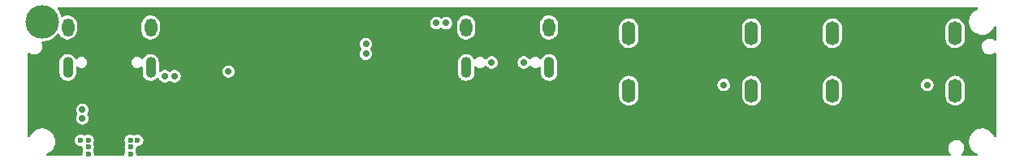
<source format=gbr>
%TF.GenerationSoftware,KiCad,Pcbnew,7.0.6*%
%TF.CreationDate,2024-02-18T18:08:35+00:00*%
%TF.ProjectId,MoonHub,4d6f6f6e-4875-4622-9e6b-696361645f70,rev?*%
%TF.SameCoordinates,Original*%
%TF.FileFunction,Copper,L2,Inr*%
%TF.FilePolarity,Positive*%
%FSLAX46Y46*%
G04 Gerber Fmt 4.6, Leading zero omitted, Abs format (unit mm)*
G04 Created by KiCad (PCBNEW 7.0.6) date 2024-02-18 18:08:35*
%MOMM*%
%LPD*%
G01*
G04 APERTURE LIST*
%TA.AperFunction,ComponentPad*%
%ADD10O,1.100000X2.200000*%
%TD*%
%TA.AperFunction,ComponentPad*%
%ADD11O,1.300000X1.900000*%
%TD*%
%TA.AperFunction,ComponentPad*%
%ADD12C,0.600000*%
%TD*%
%TA.AperFunction,ComponentPad*%
%ADD13O,1.400000X2.500000*%
%TD*%
%TA.AperFunction,ComponentPad*%
%ADD14C,3.500001*%
%TD*%
%TA.AperFunction,ViaPad*%
%ADD15C,0.700000*%
%TD*%
G04 APERTURE END LIST*
D10*
%TO.N,GNDPWR*%
%TO.C,USB3*%
X54862000Y-6780000D03*
D11*
X54862000Y-2600000D03*
D10*
X46222000Y-6780000D03*
D11*
X46222000Y-2600000D03*
%TD*%
D12*
%TO.N,GNDPWR*%
%TO.C,J1*%
X6000000Y-14400000D03*
X6800000Y-14400000D03*
X6800000Y-15100000D03*
X6800000Y-15800000D03*
X11200000Y-14400000D03*
X11200000Y-15100000D03*
X11200000Y-15800000D03*
X11950000Y-14400000D03*
%TD*%
D10*
%TO.N,GNDPWR*%
%TO.C,USB2*%
X13318000Y-6780000D03*
D11*
X13318000Y-2600000D03*
D10*
X4678000Y-6780000D03*
D11*
X4678000Y-2600000D03*
%TD*%
D13*
%TO.N,GNDPWR*%
%TO.C,USB4*%
X75962000Y-9200000D03*
X75962000Y-3200000D03*
X63162000Y-9200000D03*
X63162000Y-3200000D03*
%TD*%
D14*
%TO.N,GNDPWR*%
%TO.C,H2*%
X2000000Y-2000000D03*
%TD*%
D13*
%TO.N,GNDPWR*%
%TO.C,USB1*%
X97192000Y-9200000D03*
X97192000Y-3200000D03*
X84392000Y-9200000D03*
X84392000Y-3200000D03*
%TD*%
D15*
%TO.N,GND*%
X21430000Y-6220000D03*
X19700000Y-15450000D03*
X77944428Y-12425000D03*
X13000000Y-9375000D03*
X11800000Y-12100000D03*
X24772500Y-12427500D03*
X73944428Y-15001750D03*
X82944428Y-15001750D03*
X46500000Y-8500000D03*
X66062000Y-8600000D03*
X47700000Y-11500000D03*
X39850000Y-9200000D03*
X68944428Y-14001750D03*
X35750000Y-2100000D03*
X30350000Y-14750000D03*
X22944428Y-15001750D03*
X35944428Y-13001750D03*
X31142500Y-5442500D03*
X13800000Y-11700000D03*
X8944428Y-15001750D03*
X7944428Y-13001750D03*
X19944428Y-11001750D03*
X5000000Y-9375000D03*
X47944428Y-14001750D03*
X25944428Y-7001750D03*
X13944428Y-15001750D03*
X62944428Y-14001750D03*
X87700000Y-14700000D03*
X44100000Y-5300000D03*
X74944428Y-12425000D03*
X79944428Y-15001750D03*
X27827500Y-12427500D03*
X91944428Y-13001750D03*
X18900000Y-5000000D03*
X87300000Y-8600000D03*
X54572000Y-8500000D03*
X3944428Y-11001750D03*
X22250000Y-9900000D03*
X36944428Y-15001750D03*
X35944428Y-9001750D03*
X42800000Y-8550000D03*
X53725000Y-11225000D03*
X44900000Y-11500000D03*
X7944428Y-10001750D03*
X83944428Y-12450000D03*
X41944428Y-14001750D03*
X35750000Y-3100000D03*
X50944428Y-14001750D03*
X70944428Y-13001750D03*
X4944428Y-14001750D03*
X56944428Y-14001750D03*
X41000000Y-6700000D03*
X34200000Y-15000000D03*
X18192894Y-4292894D03*
X76944428Y-15001750D03*
X25944428Y-15001750D03*
X1944428Y-10001750D03*
X38250000Y-7600000D03*
X11800000Y-11200000D03*
X89400000Y-12750000D03*
X31200000Y-11100000D03*
X37944428Y-11001750D03*
X53944428Y-14001750D03*
X27944428Y-14001750D03*
X43100000Y-5300000D03*
X25944428Y-4001750D03*
X16600000Y-11700000D03*
X39944428Y-13001750D03*
X16944428Y-14800000D03*
X80944428Y-12425000D03*
X84900000Y-14700000D03*
X50944428Y-11001750D03*
X65944428Y-14001750D03*
X89944428Y-15001750D03*
X18350000Y-8400000D03*
X26944428Y-9001750D03*
X44944428Y-14001750D03*
X33400000Y-10400000D03*
%TO.N,+5V*%
X14800002Y-7700000D03*
X35750000Y-4350000D03*
X21430000Y-7180000D03*
X15800000Y-7700000D03*
X35750000Y-5350000D03*
%TO.N,VBUS*%
X43100000Y-2150000D03*
X73062000Y-8600000D03*
X44100000Y-2150000D03*
X52224911Y-6254900D03*
X6200000Y-12100000D03*
X48859089Y-6254900D03*
X94292000Y-8600000D03*
X6200000Y-11200000D03*
%TD*%
%TA.AperFunction,Conductor*%
%TO.N,GND*%
G36*
X99520536Y-520185D02*
G01*
X99566291Y-572989D01*
X99576235Y-642147D01*
X99547210Y-705703D01*
X99504573Y-737492D01*
X99337034Y-813223D01*
X99337032Y-813224D01*
X99145999Y-942342D01*
X98979540Y-1101878D01*
X98842434Y-1287257D01*
X98738630Y-1493138D01*
X98671113Y-1713606D01*
X98641828Y-1942306D01*
X98651613Y-2172662D01*
X98651614Y-2172670D01*
X98700190Y-2398062D01*
X98700190Y-2398063D01*
X98786157Y-2612002D01*
X98907048Y-2808342D01*
X99059380Y-2981425D01*
X99059384Y-2981429D01*
X99238765Y-3126269D01*
X99238766Y-3126270D01*
X99238769Y-3126271D01*
X99238772Y-3126274D01*
X99440063Y-3238721D01*
X99657462Y-3315533D01*
X99784272Y-3337277D01*
X99884706Y-3354499D01*
X99884715Y-3354500D01*
X100057540Y-3354500D01*
X100229734Y-3339844D01*
X100229737Y-3339843D01*
X100229739Y-3339843D01*
X100452869Y-3281745D01*
X100581229Y-3223722D01*
X100662965Y-3186776D01*
X100662967Y-3186775D01*
X100662967Y-3186774D01*
X100662971Y-3186773D01*
X100854000Y-3057659D01*
X101020462Y-2898119D01*
X101157566Y-2712742D01*
X101261370Y-2506860D01*
X101261370Y-2506858D01*
X101263741Y-2502157D01*
X101265339Y-2502962D01*
X101303692Y-2454311D01*
X101369746Y-2431537D01*
X101437626Y-2448089D01*
X101485782Y-2498713D01*
X101499500Y-2555403D01*
X101499500Y-3838503D01*
X101479815Y-3905542D01*
X101427011Y-3951297D01*
X101357853Y-3961241D01*
X101300459Y-3937219D01*
X101230697Y-3884187D01*
X101230690Y-3884183D01*
X101066744Y-3808333D01*
X101066740Y-3808331D01*
X100890322Y-3769500D01*
X100754972Y-3769500D01*
X100754970Y-3769500D01*
X100620413Y-3784134D01*
X100449225Y-3841814D01*
X100294437Y-3934947D01*
X100294436Y-3934948D01*
X100163290Y-4059175D01*
X100061915Y-4208695D01*
X100061914Y-4208698D01*
X99995054Y-4376502D01*
X99995053Y-4376505D01*
X99995053Y-4376508D01*
X99967390Y-4545250D01*
X99965828Y-4554776D01*
X99975607Y-4735152D01*
X99975608Y-4735154D01*
X100023934Y-4909209D01*
X100023937Y-4909215D01*
X100066243Y-4989013D01*
X100108551Y-5068814D01*
X100108552Y-5068815D01*
X100225498Y-5206494D01*
X100341210Y-5294457D01*
X100369308Y-5315816D01*
X100533256Y-5391667D01*
X100533257Y-5391667D01*
X100533259Y-5391668D01*
X100586782Y-5403448D01*
X100709678Y-5430500D01*
X100709681Y-5430500D01*
X100845022Y-5430500D01*
X100845028Y-5430500D01*
X100979586Y-5415866D01*
X101150774Y-5358186D01*
X101305561Y-5265054D01*
X101305562Y-5265053D01*
X101311321Y-5261588D01*
X101312914Y-5264236D01*
X101365442Y-5244056D01*
X101433857Y-5258238D01*
X101483744Y-5307156D01*
X101499500Y-5367647D01*
X101499500Y-13957732D01*
X101479815Y-14024771D01*
X101427011Y-14070526D01*
X101357853Y-14080470D01*
X101294297Y-14051445D01*
X101260442Y-14003966D01*
X101213842Y-13887997D01*
X101213841Y-13887994D01*
X101092951Y-13691657D01*
X100940620Y-13518575D01*
X100940619Y-13518574D01*
X100940615Y-13518570D01*
X100761234Y-13373730D01*
X100761233Y-13373729D01*
X100559938Y-13261279D01*
X100342541Y-13184468D01*
X100342540Y-13184467D01*
X100342538Y-13184467D01*
X100342534Y-13184466D01*
X100342533Y-13184466D01*
X100115293Y-13145500D01*
X100115285Y-13145500D01*
X99942465Y-13145500D01*
X99942460Y-13145500D01*
X99770265Y-13160155D01*
X99547131Y-13218254D01*
X99337034Y-13313223D01*
X99337032Y-13313224D01*
X99145999Y-13442342D01*
X98979540Y-13601878D01*
X98842434Y-13787257D01*
X98738630Y-13993138D01*
X98671113Y-14213606D01*
X98641828Y-14442306D01*
X98651613Y-14672662D01*
X98651614Y-14672670D01*
X98700190Y-14898062D01*
X98700190Y-14898063D01*
X98786157Y-15112002D01*
X98907048Y-15308342D01*
X99059380Y-15481425D01*
X99059384Y-15481429D01*
X99238765Y-15626269D01*
X99238766Y-15626270D01*
X99238769Y-15626271D01*
X99238772Y-15626274D01*
X99440063Y-15738720D01*
X99440063Y-15738721D01*
X99496278Y-15758583D01*
X99552931Y-15799477D01*
X99578481Y-15864507D01*
X99564817Y-15933028D01*
X99516277Y-15983284D01*
X99454969Y-15999500D01*
X97974845Y-15999500D01*
X97907806Y-15979815D01*
X97862051Y-15927011D01*
X97852107Y-15857853D01*
X97881132Y-15794297D01*
X97889570Y-15785477D01*
X97936709Y-15740824D01*
X97973354Y-15686776D01*
X98038083Y-15591307D01*
X98104947Y-15423492D01*
X98134172Y-15245227D01*
X98124392Y-15064848D01*
X98108292Y-15006860D01*
X98076065Y-14890790D01*
X98076062Y-14890784D01*
X98067417Y-14874479D01*
X97991449Y-14731186D01*
X97874502Y-14593506D01*
X97874501Y-14593505D01*
X97730698Y-14484188D01*
X97730690Y-14484183D01*
X97566744Y-14408333D01*
X97566740Y-14408331D01*
X97390322Y-14369500D01*
X97254972Y-14369500D01*
X97254970Y-14369500D01*
X97120413Y-14384134D01*
X96949225Y-14441814D01*
X96794437Y-14534947D01*
X96794436Y-14534948D01*
X96663290Y-14659175D01*
X96561915Y-14808695D01*
X96561914Y-14808698D01*
X96495054Y-14976502D01*
X96495053Y-14976505D01*
X96491476Y-14998327D01*
X96472840Y-15112006D01*
X96465828Y-15154776D01*
X96475607Y-15335152D01*
X96475608Y-15335154D01*
X96523934Y-15509209D01*
X96523937Y-15509215D01*
X96549621Y-15557659D01*
X96608551Y-15668814D01*
X96608552Y-15668815D01*
X96715925Y-15795224D01*
X96744323Y-15859063D01*
X96733699Y-15928120D01*
X96687426Y-15980471D01*
X96621417Y-15999500D01*
X11920812Y-15999500D01*
X11853773Y-15979815D01*
X11808018Y-15927011D01*
X11797873Y-15859314D01*
X11798066Y-15857853D01*
X11805682Y-15800000D01*
X11800229Y-15758583D01*
X11785044Y-15643239D01*
X11785042Y-15643234D01*
X11778015Y-15626270D01*
X11729529Y-15509212D01*
X11724658Y-15497452D01*
X11717189Y-15427983D01*
X11724658Y-15402548D01*
X11763679Y-15308342D01*
X11785044Y-15256762D01*
X11804161Y-15111551D01*
X11832427Y-15047655D01*
X11890752Y-15009184D01*
X11943285Y-15004798D01*
X11950000Y-15005682D01*
X11950001Y-15005682D01*
X12005867Y-14998327D01*
X12106762Y-14985044D01*
X12252841Y-14924536D01*
X12378282Y-14828282D01*
X12474536Y-14702841D01*
X12535044Y-14556762D01*
X12555682Y-14400000D01*
X12535044Y-14243238D01*
X12474536Y-14097159D01*
X12378282Y-13971718D01*
X12252841Y-13875464D01*
X12106762Y-13814956D01*
X12106760Y-13814955D01*
X11950001Y-13794318D01*
X11949999Y-13794318D01*
X11793239Y-13814955D01*
X11793237Y-13814956D01*
X11647156Y-13875465D01*
X11640119Y-13879528D01*
X11638890Y-13877400D01*
X11585276Y-13898107D01*
X11516836Y-13884047D01*
X11509162Y-13879113D01*
X11502836Y-13875461D01*
X11356765Y-13814957D01*
X11356760Y-13814955D01*
X11200001Y-13794318D01*
X11199999Y-13794318D01*
X11043239Y-13814955D01*
X11043237Y-13814956D01*
X10897160Y-13875463D01*
X10771718Y-13971718D01*
X10675463Y-14097160D01*
X10614956Y-14243237D01*
X10614955Y-14243239D01*
X10594318Y-14399998D01*
X10594318Y-14400001D01*
X10614955Y-14556760D01*
X10614957Y-14556765D01*
X10675342Y-14702548D01*
X10682811Y-14772017D01*
X10675342Y-14797452D01*
X10614957Y-14943234D01*
X10614955Y-14943239D01*
X10594318Y-15099998D01*
X10594318Y-15100001D01*
X10614955Y-15256760D01*
X10614957Y-15256765D01*
X10675342Y-15402548D01*
X10682811Y-15472017D01*
X10675342Y-15497452D01*
X10614957Y-15643234D01*
X10614955Y-15643239D01*
X10594849Y-15795967D01*
X10594318Y-15800000D01*
X10601934Y-15857853D01*
X10602127Y-15859314D01*
X10591362Y-15928350D01*
X10544982Y-15980606D01*
X10479188Y-15999500D01*
X7520812Y-15999500D01*
X7453773Y-15979815D01*
X7408018Y-15927011D01*
X7397873Y-15859314D01*
X7398066Y-15857853D01*
X7405682Y-15800000D01*
X7400229Y-15758583D01*
X7385044Y-15643239D01*
X7385042Y-15643234D01*
X7378015Y-15626270D01*
X7329529Y-15509212D01*
X7324658Y-15497452D01*
X7317189Y-15427983D01*
X7324658Y-15402548D01*
X7363679Y-15308342D01*
X7385044Y-15256762D01*
X7405682Y-15100000D01*
X7393148Y-15004798D01*
X7385044Y-14943239D01*
X7385042Y-14943234D01*
X7376436Y-14922458D01*
X7337428Y-14828282D01*
X7324658Y-14797452D01*
X7317189Y-14727983D01*
X7324658Y-14702548D01*
X7369824Y-14593506D01*
X7385044Y-14556762D01*
X7405682Y-14400000D01*
X7385044Y-14243238D01*
X7324536Y-14097159D01*
X7228282Y-13971718D01*
X7102841Y-13875464D01*
X6956762Y-13814956D01*
X6956760Y-13814955D01*
X6800001Y-13794318D01*
X6799999Y-13794318D01*
X6643239Y-13814955D01*
X6643237Y-13814956D01*
X6497158Y-13875464D01*
X6475484Y-13892095D01*
X6410314Y-13917287D01*
X6341870Y-13903247D01*
X6324516Y-13892095D01*
X6302841Y-13875464D01*
X6156762Y-13814956D01*
X6156760Y-13814955D01*
X6000001Y-13794318D01*
X5999999Y-13794318D01*
X5843239Y-13814955D01*
X5843237Y-13814956D01*
X5697160Y-13875463D01*
X5571718Y-13971718D01*
X5475463Y-14097160D01*
X5414956Y-14243237D01*
X5414955Y-14243239D01*
X5394318Y-14399998D01*
X5394318Y-14400001D01*
X5414955Y-14556760D01*
X5414956Y-14556762D01*
X5475342Y-14702548D01*
X5475464Y-14702841D01*
X5571718Y-14828282D01*
X5697159Y-14924536D01*
X5843238Y-14985044D01*
X6000000Y-15005682D01*
X6055863Y-14998327D01*
X6124896Y-15009092D01*
X6177152Y-15055471D01*
X6194986Y-15105080D01*
X6201529Y-15154773D01*
X6213437Y-15245227D01*
X6214956Y-15256760D01*
X6214957Y-15256765D01*
X6275342Y-15402548D01*
X6282811Y-15472017D01*
X6275342Y-15497452D01*
X6214957Y-15643234D01*
X6214955Y-15643239D01*
X6194849Y-15795967D01*
X6194318Y-15800000D01*
X6201934Y-15857853D01*
X6202127Y-15859314D01*
X6191362Y-15928350D01*
X6144982Y-15980606D01*
X6079188Y-15999500D01*
X2546503Y-15999500D01*
X2479464Y-15979815D01*
X2433709Y-15927011D01*
X2423765Y-15857853D01*
X2452790Y-15794297D01*
X2495427Y-15762508D01*
X2662965Y-15686776D01*
X2662967Y-15686775D01*
X2662967Y-15686774D01*
X2662971Y-15686773D01*
X2854000Y-15557659D01*
X3020462Y-15398119D01*
X3157566Y-15212742D01*
X3261370Y-15006860D01*
X3328886Y-14786397D01*
X3358172Y-14557694D01*
X3358132Y-14556762D01*
X3348386Y-14327337D01*
X3348386Y-14327332D01*
X3299810Y-14101938D01*
X3213841Y-13887994D01*
X3092951Y-13691657D01*
X2940620Y-13518575D01*
X2940619Y-13518574D01*
X2940615Y-13518570D01*
X2761234Y-13373730D01*
X2761233Y-13373729D01*
X2559938Y-13261279D01*
X2342541Y-13184468D01*
X2342540Y-13184467D01*
X2342538Y-13184467D01*
X2342534Y-13184466D01*
X2342533Y-13184466D01*
X2115293Y-13145500D01*
X2115285Y-13145500D01*
X1942465Y-13145500D01*
X1942460Y-13145500D01*
X1770265Y-13160155D01*
X1547131Y-13218254D01*
X1337034Y-13313223D01*
X1337032Y-13313224D01*
X1145999Y-13442342D01*
X979540Y-13601878D01*
X842434Y-13787257D01*
X828468Y-13814957D01*
X763106Y-13944596D01*
X736259Y-13997843D01*
X734663Y-13997038D01*
X696295Y-14045698D01*
X630238Y-14068463D01*
X562359Y-14051902D01*
X514210Y-14001272D01*
X500500Y-13944596D01*
X500500Y-12100000D01*
X5544722Y-12100000D01*
X5563762Y-12256818D01*
X5619780Y-12404522D01*
X5619780Y-12404523D01*
X5709517Y-12534530D01*
X5827760Y-12639283D01*
X5827762Y-12639284D01*
X5967634Y-12712696D01*
X6121014Y-12750500D01*
X6121015Y-12750500D01*
X6278985Y-12750500D01*
X6432365Y-12712696D01*
X6432364Y-12712696D01*
X6572240Y-12639283D01*
X6690483Y-12534530D01*
X6780220Y-12404523D01*
X6836237Y-12256818D01*
X6855278Y-12100000D01*
X6836237Y-11943182D01*
X6780220Y-11795477D01*
X6728423Y-11720436D01*
X6706542Y-11654086D01*
X6724007Y-11586435D01*
X6728403Y-11579592D01*
X6780220Y-11504523D01*
X6836237Y-11356818D01*
X6855278Y-11200000D01*
X6836237Y-11043182D01*
X6780220Y-10895477D01*
X6690483Y-10765470D01*
X6572240Y-10660717D01*
X6572238Y-10660716D01*
X6572237Y-10660715D01*
X6432365Y-10587303D01*
X6278986Y-10549500D01*
X6278985Y-10549500D01*
X6121015Y-10549500D01*
X6121014Y-10549500D01*
X5967634Y-10587303D01*
X5827762Y-10660715D01*
X5709516Y-10765471D01*
X5619781Y-10895475D01*
X5619780Y-10895476D01*
X5563762Y-11043181D01*
X5544722Y-11199999D01*
X5544722Y-11200000D01*
X5563762Y-11356818D01*
X5619780Y-11504523D01*
X5619781Y-11504524D01*
X5671574Y-11579560D01*
X5693457Y-11645915D01*
X5675991Y-11713566D01*
X5671574Y-11720440D01*
X5619781Y-11795475D01*
X5619780Y-11795476D01*
X5563762Y-11943181D01*
X5544722Y-12099999D01*
X5544722Y-12100000D01*
X500500Y-12100000D01*
X500500Y-9800743D01*
X62161500Y-9800743D01*
X62176925Y-9952439D01*
X62237837Y-10146579D01*
X62237844Y-10146594D01*
X62336589Y-10324499D01*
X62336592Y-10324504D01*
X62469132Y-10478893D01*
X62469134Y-10478895D01*
X62630037Y-10603445D01*
X62630038Y-10603445D01*
X62630042Y-10603448D01*
X62812729Y-10693060D01*
X63009715Y-10744063D01*
X63212936Y-10754369D01*
X63414071Y-10723556D01*
X63604887Y-10652886D01*
X63777571Y-10545252D01*
X63925053Y-10405059D01*
X64041295Y-10238049D01*
X64121540Y-10051058D01*
X64162500Y-9851741D01*
X64162500Y-9800743D01*
X74961500Y-9800743D01*
X74976925Y-9952439D01*
X75037837Y-10146579D01*
X75037844Y-10146594D01*
X75136589Y-10324499D01*
X75136592Y-10324504D01*
X75269132Y-10478893D01*
X75269134Y-10478895D01*
X75430037Y-10603445D01*
X75430038Y-10603445D01*
X75430042Y-10603448D01*
X75612729Y-10693060D01*
X75809715Y-10744063D01*
X76012936Y-10754369D01*
X76214071Y-10723556D01*
X76404887Y-10652886D01*
X76577571Y-10545252D01*
X76725053Y-10405059D01*
X76841295Y-10238049D01*
X76921540Y-10051058D01*
X76962500Y-9851741D01*
X76962500Y-9800743D01*
X83391500Y-9800743D01*
X83406925Y-9952439D01*
X83467837Y-10146579D01*
X83467844Y-10146594D01*
X83566589Y-10324499D01*
X83566592Y-10324504D01*
X83699132Y-10478893D01*
X83699134Y-10478895D01*
X83860037Y-10603445D01*
X83860038Y-10603445D01*
X83860042Y-10603448D01*
X84042729Y-10693060D01*
X84239715Y-10744063D01*
X84442936Y-10754369D01*
X84644071Y-10723556D01*
X84834887Y-10652886D01*
X85007571Y-10545252D01*
X85155053Y-10405059D01*
X85271295Y-10238049D01*
X85351540Y-10051058D01*
X85392500Y-9851741D01*
X85392500Y-9800743D01*
X96191500Y-9800743D01*
X96206925Y-9952439D01*
X96267837Y-10146579D01*
X96267844Y-10146594D01*
X96366589Y-10324499D01*
X96366592Y-10324504D01*
X96499132Y-10478893D01*
X96499134Y-10478895D01*
X96660037Y-10603445D01*
X96660038Y-10603445D01*
X96660042Y-10603448D01*
X96842729Y-10693060D01*
X97039715Y-10744063D01*
X97242936Y-10754369D01*
X97444071Y-10723556D01*
X97634887Y-10652886D01*
X97807571Y-10545252D01*
X97955053Y-10405059D01*
X98071295Y-10238049D01*
X98151540Y-10051058D01*
X98192500Y-9851741D01*
X98192500Y-8599258D01*
X98177074Y-8447562D01*
X98177074Y-8447560D01*
X98116162Y-8253420D01*
X98116160Y-8253416D01*
X98116159Y-8253412D01*
X98017409Y-8075498D01*
X98017408Y-8075497D01*
X98017407Y-8075495D01*
X97884867Y-7921106D01*
X97884865Y-7921104D01*
X97723962Y-7796554D01*
X97723959Y-7796553D01*
X97723958Y-7796552D01*
X97541271Y-7706940D01*
X97344285Y-7655937D01*
X97344287Y-7655937D01*
X97208804Y-7649066D01*
X97141064Y-7645631D01*
X97141063Y-7645631D01*
X97141061Y-7645631D01*
X96939936Y-7676442D01*
X96939924Y-7676445D01*
X96749118Y-7747111D01*
X96749111Y-7747115D01*
X96576432Y-7854745D01*
X96576427Y-7854749D01*
X96428949Y-7994938D01*
X96428948Y-7994940D01*
X96312705Y-8161949D01*
X96232459Y-8348943D01*
X96191500Y-8548258D01*
X96191500Y-9800743D01*
X85392500Y-9800743D01*
X85392500Y-8600000D01*
X93636722Y-8600000D01*
X93655762Y-8756818D01*
X93711779Y-8904523D01*
X93711780Y-8904523D01*
X93801517Y-9034530D01*
X93919760Y-9139283D01*
X93919762Y-9139284D01*
X94059634Y-9212696D01*
X94213014Y-9250500D01*
X94213015Y-9250500D01*
X94370985Y-9250500D01*
X94524365Y-9212696D01*
X94524365Y-9212695D01*
X94664240Y-9139283D01*
X94782483Y-9034530D01*
X94872220Y-8904523D01*
X94928237Y-8756818D01*
X94947278Y-8600000D01*
X94940996Y-8548258D01*
X94928237Y-8443181D01*
X94892497Y-8348943D01*
X94872220Y-8295477D01*
X94782483Y-8165470D01*
X94664240Y-8060717D01*
X94664238Y-8060716D01*
X94664237Y-8060715D01*
X94524365Y-7987303D01*
X94370986Y-7949500D01*
X94370985Y-7949500D01*
X94213015Y-7949500D01*
X94213014Y-7949500D01*
X94059634Y-7987303D01*
X93919762Y-8060715D01*
X93903073Y-8075500D01*
X93805492Y-8161949D01*
X93801516Y-8165471D01*
X93711781Y-8295475D01*
X93711780Y-8295476D01*
X93655762Y-8443181D01*
X93636722Y-8599999D01*
X93636722Y-8600000D01*
X85392500Y-8600000D01*
X85392500Y-8599258D01*
X85377074Y-8447562D01*
X85377074Y-8447560D01*
X85316162Y-8253420D01*
X85316160Y-8253416D01*
X85316159Y-8253412D01*
X85217409Y-8075498D01*
X85217408Y-8075497D01*
X85217407Y-8075495D01*
X85084867Y-7921106D01*
X85084865Y-7921104D01*
X84923962Y-7796554D01*
X84923959Y-7796553D01*
X84923958Y-7796552D01*
X84741271Y-7706940D01*
X84544285Y-7655937D01*
X84544287Y-7655937D01*
X84408804Y-7649066D01*
X84341064Y-7645631D01*
X84341063Y-7645631D01*
X84341061Y-7645631D01*
X84139936Y-7676442D01*
X84139924Y-7676445D01*
X83949118Y-7747111D01*
X83949111Y-7747115D01*
X83776432Y-7854745D01*
X83776427Y-7854749D01*
X83628949Y-7994938D01*
X83628948Y-7994940D01*
X83512705Y-8161949D01*
X83432459Y-8348943D01*
X83391500Y-8548258D01*
X83391500Y-9800743D01*
X76962500Y-9800743D01*
X76962500Y-8599258D01*
X76947074Y-8447562D01*
X76947074Y-8447560D01*
X76886162Y-8253420D01*
X76886160Y-8253416D01*
X76886159Y-8253412D01*
X76787409Y-8075498D01*
X76787408Y-8075497D01*
X76787407Y-8075495D01*
X76654867Y-7921106D01*
X76654865Y-7921104D01*
X76493962Y-7796554D01*
X76493959Y-7796553D01*
X76493958Y-7796552D01*
X76311271Y-7706940D01*
X76114285Y-7655937D01*
X76114287Y-7655937D01*
X75978804Y-7649066D01*
X75911064Y-7645631D01*
X75911063Y-7645631D01*
X75911061Y-7645631D01*
X75709936Y-7676442D01*
X75709924Y-7676445D01*
X75519118Y-7747111D01*
X75519111Y-7747115D01*
X75346432Y-7854745D01*
X75346427Y-7854749D01*
X75198949Y-7994938D01*
X75198948Y-7994940D01*
X75082705Y-8161949D01*
X75002459Y-8348943D01*
X74961500Y-8548258D01*
X74961500Y-9800743D01*
X64162500Y-9800743D01*
X64162500Y-8600000D01*
X72406722Y-8600000D01*
X72425762Y-8756818D01*
X72481779Y-8904523D01*
X72481780Y-8904523D01*
X72571517Y-9034530D01*
X72689760Y-9139283D01*
X72689762Y-9139284D01*
X72829634Y-9212696D01*
X72983014Y-9250500D01*
X72983015Y-9250500D01*
X73140985Y-9250500D01*
X73294365Y-9212696D01*
X73294364Y-9212696D01*
X73434240Y-9139283D01*
X73552483Y-9034530D01*
X73642220Y-8904523D01*
X73698237Y-8756818D01*
X73717278Y-8600000D01*
X73710996Y-8548258D01*
X73698237Y-8443181D01*
X73662497Y-8348943D01*
X73642220Y-8295477D01*
X73552483Y-8165470D01*
X73434240Y-8060717D01*
X73434238Y-8060716D01*
X73434237Y-8060715D01*
X73294365Y-7987303D01*
X73140986Y-7949500D01*
X73140985Y-7949500D01*
X72983015Y-7949500D01*
X72983014Y-7949500D01*
X72829634Y-7987303D01*
X72689762Y-8060715D01*
X72673073Y-8075500D01*
X72575492Y-8161949D01*
X72571516Y-8165471D01*
X72481781Y-8295475D01*
X72481780Y-8295476D01*
X72425762Y-8443181D01*
X72406722Y-8599999D01*
X72406722Y-8600000D01*
X64162500Y-8600000D01*
X64162500Y-8599258D01*
X64147074Y-8447562D01*
X64147074Y-8447560D01*
X64086162Y-8253420D01*
X64086160Y-8253416D01*
X64086159Y-8253412D01*
X63987409Y-8075498D01*
X63987408Y-8075497D01*
X63987407Y-8075495D01*
X63854867Y-7921106D01*
X63854865Y-7921104D01*
X63693962Y-7796554D01*
X63693959Y-7796553D01*
X63693958Y-7796552D01*
X63511271Y-7706940D01*
X63314285Y-7655937D01*
X63314287Y-7655937D01*
X63178804Y-7649066D01*
X63111064Y-7645631D01*
X63111063Y-7645631D01*
X63111061Y-7645631D01*
X62909936Y-7676442D01*
X62909924Y-7676445D01*
X62719118Y-7747111D01*
X62719111Y-7747115D01*
X62546432Y-7854745D01*
X62546427Y-7854749D01*
X62398949Y-7994938D01*
X62398948Y-7994940D01*
X62282705Y-8161949D01*
X62202459Y-8348943D01*
X62161500Y-8548258D01*
X62161500Y-9800743D01*
X500500Y-9800743D01*
X500500Y-7376116D01*
X3827500Y-7376116D01*
X3842486Y-7513911D01*
X3901557Y-7689223D01*
X3901558Y-7689225D01*
X3936389Y-7747115D01*
X3987949Y-7832810D01*
X3996931Y-7847737D01*
X3996932Y-7847738D01*
X4124149Y-7982040D01*
X4157311Y-8004524D01*
X4277270Y-8085858D01*
X4277273Y-8085859D01*
X4277276Y-8085861D01*
X4449122Y-8154330D01*
X4449125Y-8154331D01*
X4631683Y-8184260D01*
X4816407Y-8174245D01*
X4816411Y-8174244D01*
X4994656Y-8124755D01*
X4994656Y-8124754D01*
X4994659Y-8124754D01*
X5158104Y-8038100D01*
X5299100Y-7918337D01*
X5411054Y-7771064D01*
X5488732Y-7603167D01*
X5528500Y-7422497D01*
X5528500Y-6787223D01*
X5548185Y-6720185D01*
X5600989Y-6674430D01*
X5670147Y-6664486D01*
X5727983Y-6688846D01*
X5815750Y-6756192D01*
X5956720Y-6814584D01*
X6013370Y-6822042D01*
X6070019Y-6829500D01*
X6070020Y-6829500D01*
X6145981Y-6829500D01*
X6183746Y-6824528D01*
X6259280Y-6814584D01*
X6400250Y-6756192D01*
X6521304Y-6663304D01*
X6614192Y-6542250D01*
X6672584Y-6401280D01*
X6692500Y-6250001D01*
X11303500Y-6250001D01*
X11323415Y-6401278D01*
X11323416Y-6401280D01*
X11381806Y-6542247D01*
X11381807Y-6542249D01*
X11381808Y-6542250D01*
X11474696Y-6663304D01*
X11595750Y-6756192D01*
X11736720Y-6814584D01*
X11793370Y-6822042D01*
X11850019Y-6829500D01*
X11850020Y-6829500D01*
X11925981Y-6829500D01*
X11963746Y-6824528D01*
X12039280Y-6814584D01*
X12180250Y-6756192D01*
X12268014Y-6688848D01*
X12333181Y-6663654D01*
X12401626Y-6677692D01*
X12451616Y-6726505D01*
X12467499Y-6787224D01*
X12467499Y-7376106D01*
X12467500Y-7376116D01*
X12482486Y-7513911D01*
X12541557Y-7689223D01*
X12541558Y-7689225D01*
X12576389Y-7747115D01*
X12627949Y-7832810D01*
X12636931Y-7847737D01*
X12636932Y-7847738D01*
X12764149Y-7982040D01*
X12797311Y-8004524D01*
X12917270Y-8085858D01*
X12917273Y-8085859D01*
X12917276Y-8085861D01*
X13089122Y-8154330D01*
X13089125Y-8154331D01*
X13271683Y-8184260D01*
X13456407Y-8174245D01*
X13456411Y-8174244D01*
X13634656Y-8124755D01*
X13634656Y-8124754D01*
X13634659Y-8124754D01*
X13798104Y-8038100D01*
X13939100Y-7918337D01*
X13969203Y-7878736D01*
X14025444Y-7837280D01*
X14095171Y-7832810D01*
X14156245Y-7866746D01*
X14183861Y-7909807D01*
X14219782Y-8004523D01*
X14309519Y-8134530D01*
X14427762Y-8239283D01*
X14427764Y-8239284D01*
X14567636Y-8312696D01*
X14721016Y-8350500D01*
X14721017Y-8350500D01*
X14878987Y-8350500D01*
X15032367Y-8312696D01*
X15172239Y-8239285D01*
X15172240Y-8239283D01*
X15172242Y-8239283D01*
X15217775Y-8198944D01*
X15281007Y-8169224D01*
X15350271Y-8178408D01*
X15382225Y-8198943D01*
X15415417Y-8228348D01*
X15427762Y-8239285D01*
X15567634Y-8312696D01*
X15721014Y-8350500D01*
X15721015Y-8350500D01*
X15878985Y-8350500D01*
X16032365Y-8312696D01*
X16032364Y-8312696D01*
X16172240Y-8239283D01*
X16290483Y-8134530D01*
X16380220Y-8004523D01*
X16436237Y-7856818D01*
X16455278Y-7700000D01*
X16453970Y-7689223D01*
X16436237Y-7543181D01*
X16390466Y-7422494D01*
X16380220Y-7395477D01*
X16290483Y-7265470D01*
X16194006Y-7180000D01*
X20774722Y-7180000D01*
X20793762Y-7336818D01*
X20849780Y-7484523D01*
X20939517Y-7614530D01*
X21057760Y-7719283D01*
X21057762Y-7719284D01*
X21197634Y-7792696D01*
X21351014Y-7830500D01*
X21351015Y-7830500D01*
X21508985Y-7830500D01*
X21662365Y-7792696D01*
X21662364Y-7792696D01*
X21802240Y-7719283D01*
X21920483Y-7614530D01*
X22010220Y-7484523D01*
X22051333Y-7376116D01*
X45371500Y-7376116D01*
X45386486Y-7513911D01*
X45445557Y-7689223D01*
X45445558Y-7689225D01*
X45480389Y-7747115D01*
X45531949Y-7832810D01*
X45540931Y-7847737D01*
X45540932Y-7847738D01*
X45668149Y-7982040D01*
X45701311Y-8004524D01*
X45821270Y-8085858D01*
X45821273Y-8085859D01*
X45821276Y-8085861D01*
X45993122Y-8154330D01*
X45993125Y-8154331D01*
X46175683Y-8184260D01*
X46360407Y-8174245D01*
X46360411Y-8174244D01*
X46538656Y-8124755D01*
X46538656Y-8124754D01*
X46538659Y-8124754D01*
X46702104Y-8038100D01*
X46843100Y-7918337D01*
X46955054Y-7771064D01*
X47032732Y-7603167D01*
X47072500Y-7422497D01*
X47072500Y-6787223D01*
X47092185Y-6720185D01*
X47144989Y-6674430D01*
X47214147Y-6664486D01*
X47271983Y-6688846D01*
X47359750Y-6756192D01*
X47500720Y-6814584D01*
X47557370Y-6822042D01*
X47614019Y-6829500D01*
X47614020Y-6829500D01*
X47689981Y-6829500D01*
X47727746Y-6824528D01*
X47803280Y-6814584D01*
X47944250Y-6756192D01*
X48065304Y-6663304D01*
X48111803Y-6602705D01*
X48168230Y-6561503D01*
X48237976Y-6557348D01*
X48298896Y-6591560D01*
X48312227Y-6607751D01*
X48368606Y-6689430D01*
X48486849Y-6794183D01*
X48486851Y-6794184D01*
X48626723Y-6867596D01*
X48780103Y-6905400D01*
X48780104Y-6905400D01*
X48938074Y-6905400D01*
X49091454Y-6867596D01*
X49091453Y-6867596D01*
X49231329Y-6794183D01*
X49349572Y-6689430D01*
X49439309Y-6559423D01*
X49495326Y-6411718D01*
X49514367Y-6254900D01*
X51569633Y-6254900D01*
X51588673Y-6411718D01*
X51643904Y-6557348D01*
X51644691Y-6559423D01*
X51734428Y-6689430D01*
X51852671Y-6794183D01*
X51852673Y-6794184D01*
X51992545Y-6867596D01*
X52145925Y-6905400D01*
X52145926Y-6905400D01*
X52303896Y-6905400D01*
X52457276Y-6867596D01*
X52457276Y-6867595D01*
X52597151Y-6794183D01*
X52715394Y-6689430D01*
X52771773Y-6607750D01*
X52826053Y-6563762D01*
X52895501Y-6556102D01*
X52958066Y-6587205D01*
X52972196Y-6602705D01*
X52976069Y-6607752D01*
X53018696Y-6663304D01*
X53139750Y-6756192D01*
X53280720Y-6814584D01*
X53337370Y-6822042D01*
X53394019Y-6829500D01*
X53394020Y-6829500D01*
X53469981Y-6829500D01*
X53507746Y-6824528D01*
X53583280Y-6814584D01*
X53724250Y-6756192D01*
X53812015Y-6688846D01*
X53877182Y-6663654D01*
X53945627Y-6677692D01*
X53995617Y-6726506D01*
X54011500Y-6787224D01*
X54011500Y-7376116D01*
X54026486Y-7513911D01*
X54085557Y-7689223D01*
X54085558Y-7689225D01*
X54120389Y-7747115D01*
X54171949Y-7832810D01*
X54180931Y-7847737D01*
X54180932Y-7847738D01*
X54308149Y-7982040D01*
X54341311Y-8004524D01*
X54461270Y-8085858D01*
X54461273Y-8085859D01*
X54461276Y-8085861D01*
X54633122Y-8154330D01*
X54633125Y-8154331D01*
X54815683Y-8184260D01*
X55000407Y-8174245D01*
X55000411Y-8174244D01*
X55178656Y-8124755D01*
X55178656Y-8124754D01*
X55178659Y-8124754D01*
X55342104Y-8038100D01*
X55483100Y-7918337D01*
X55595054Y-7771064D01*
X55672732Y-7603167D01*
X55712500Y-7422497D01*
X55712500Y-6183887D01*
X55697514Y-6046090D01*
X55638444Y-5870779D01*
X55543070Y-5712264D01*
X55488375Y-5654523D01*
X55415850Y-5577959D01*
X55333165Y-5521898D01*
X55262730Y-5474142D01*
X55262727Y-5474140D01*
X55262723Y-5474138D01*
X55090877Y-5405669D01*
X55005461Y-5391666D01*
X54908317Y-5375740D01*
X54908314Y-5375740D01*
X54723593Y-5385755D01*
X54723588Y-5385755D01*
X54545343Y-5435244D01*
X54545337Y-5435247D01*
X54381897Y-5521898D01*
X54240900Y-5641662D01*
X54128946Y-5788936D01*
X54094564Y-5863250D01*
X54048549Y-5915828D01*
X53981413Y-5935181D01*
X53914472Y-5915166D01*
X53883651Y-5886671D01*
X53845304Y-5836696D01*
X53724250Y-5743808D01*
X53724249Y-5743807D01*
X53724247Y-5743806D01*
X53583280Y-5685416D01*
X53583278Y-5685415D01*
X53469981Y-5670500D01*
X53469980Y-5670500D01*
X53394020Y-5670500D01*
X53394019Y-5670500D01*
X53280721Y-5685415D01*
X53280719Y-5685416D01*
X53139752Y-5743806D01*
X53086680Y-5784530D01*
X53039973Y-5820370D01*
X53018695Y-5836697D01*
X52968635Y-5901936D01*
X52912207Y-5943138D01*
X52842460Y-5947292D01*
X52781541Y-5913079D01*
X52768210Y-5896888D01*
X52762961Y-5889284D01*
X52715394Y-5820370D01*
X52597151Y-5715617D01*
X52597149Y-5715616D01*
X52597148Y-5715615D01*
X52457276Y-5642203D01*
X52303897Y-5604400D01*
X52303896Y-5604400D01*
X52145926Y-5604400D01*
X52145925Y-5604400D01*
X51992545Y-5642203D01*
X51852673Y-5715615D01*
X51734427Y-5820371D01*
X51644692Y-5950375D01*
X51644691Y-5950376D01*
X51588673Y-6098081D01*
X51569633Y-6254899D01*
X51569633Y-6254900D01*
X49514367Y-6254900D01*
X49509161Y-6212020D01*
X49495326Y-6098081D01*
X49458318Y-6000500D01*
X49439309Y-5950377D01*
X49349572Y-5820370D01*
X49231329Y-5715617D01*
X49231327Y-5715616D01*
X49231326Y-5715615D01*
X49091454Y-5642203D01*
X48938075Y-5604400D01*
X48938074Y-5604400D01*
X48780104Y-5604400D01*
X48780103Y-5604400D01*
X48626723Y-5642203D01*
X48486851Y-5715615D01*
X48368605Y-5820371D01*
X48315789Y-5896888D01*
X48261506Y-5940879D01*
X48192057Y-5948538D01*
X48129492Y-5917434D01*
X48115364Y-5901936D01*
X48065304Y-5836696D01*
X47944250Y-5743808D01*
X47944249Y-5743807D01*
X47944247Y-5743806D01*
X47803280Y-5685416D01*
X47803278Y-5685415D01*
X47689981Y-5670500D01*
X47689980Y-5670500D01*
X47614020Y-5670500D01*
X47614019Y-5670500D01*
X47500721Y-5685415D01*
X47500719Y-5685416D01*
X47359752Y-5743806D01*
X47306680Y-5784530D01*
X47259973Y-5820370D01*
X47238695Y-5836697D01*
X47203335Y-5882779D01*
X47146906Y-5923981D01*
X47077160Y-5928135D01*
X47016240Y-5893922D01*
X46998710Y-5871220D01*
X46922049Y-5743808D01*
X46903070Y-5712264D01*
X46848375Y-5654523D01*
X46775850Y-5577959D01*
X46693165Y-5521898D01*
X46622730Y-5474142D01*
X46622727Y-5474140D01*
X46622723Y-5474138D01*
X46450877Y-5405669D01*
X46365461Y-5391666D01*
X46268317Y-5375740D01*
X46268314Y-5375740D01*
X46083593Y-5385755D01*
X46083588Y-5385755D01*
X45905343Y-5435244D01*
X45905337Y-5435247D01*
X45741897Y-5521898D01*
X45600900Y-5641662D01*
X45488946Y-5788936D01*
X45411268Y-5956832D01*
X45411266Y-5956836D01*
X45371500Y-6137502D01*
X45371500Y-7376116D01*
X22051333Y-7376116D01*
X22066237Y-7336818D01*
X22085278Y-7180000D01*
X22082937Y-7160715D01*
X22066237Y-7023181D01*
X22021568Y-6905400D01*
X22010220Y-6875477D01*
X21920483Y-6745470D01*
X21802240Y-6640717D01*
X21802238Y-6640716D01*
X21802237Y-6640715D01*
X21662365Y-6567303D01*
X21508986Y-6529500D01*
X21508985Y-6529500D01*
X21351015Y-6529500D01*
X21351014Y-6529500D01*
X21197634Y-6567303D01*
X21057762Y-6640715D01*
X20939516Y-6745471D01*
X20849781Y-6875475D01*
X20849780Y-6875476D01*
X20793762Y-7023181D01*
X20774722Y-7179999D01*
X20774722Y-7180000D01*
X16194006Y-7180000D01*
X16172240Y-7160717D01*
X16172238Y-7160716D01*
X16172237Y-7160715D01*
X16032365Y-7087303D01*
X15878986Y-7049500D01*
X15878985Y-7049500D01*
X15721015Y-7049500D01*
X15721014Y-7049500D01*
X15567634Y-7087303D01*
X15427762Y-7160714D01*
X15382227Y-7201055D01*
X15318993Y-7230775D01*
X15249730Y-7221591D01*
X15217775Y-7201055D01*
X15172239Y-7160714D01*
X15032367Y-7087303D01*
X14878988Y-7049500D01*
X14878987Y-7049500D01*
X14721017Y-7049500D01*
X14721016Y-7049500D01*
X14567636Y-7087303D01*
X14427763Y-7160715D01*
X14427761Y-7160717D01*
X14374726Y-7207701D01*
X14311492Y-7237422D01*
X14242229Y-7228238D01*
X14188926Y-7183065D01*
X14168507Y-7116245D01*
X14168500Y-7114885D01*
X14168500Y-6183893D01*
X14168500Y-6183887D01*
X14153514Y-6046090D01*
X14094444Y-5870779D01*
X13999070Y-5712264D01*
X13944375Y-5654523D01*
X13871850Y-5577959D01*
X13789165Y-5521898D01*
X13718730Y-5474142D01*
X13718727Y-5474140D01*
X13718723Y-5474138D01*
X13546877Y-5405669D01*
X13461461Y-5391666D01*
X13364317Y-5375740D01*
X13364314Y-5375740D01*
X13179593Y-5385755D01*
X13179588Y-5385755D01*
X13001343Y-5435244D01*
X13001337Y-5435247D01*
X12837897Y-5521898D01*
X12696900Y-5641662D01*
X12584946Y-5788936D01*
X12550564Y-5863250D01*
X12504549Y-5915828D01*
X12437413Y-5935181D01*
X12370472Y-5915166D01*
X12339651Y-5886671D01*
X12301304Y-5836696D01*
X12180250Y-5743808D01*
X12180249Y-5743807D01*
X12180247Y-5743806D01*
X12039280Y-5685416D01*
X12039278Y-5685415D01*
X11925981Y-5670500D01*
X11925980Y-5670500D01*
X11850020Y-5670500D01*
X11850019Y-5670500D01*
X11736721Y-5685415D01*
X11736719Y-5685416D01*
X11595752Y-5743806D01*
X11474696Y-5836696D01*
X11381806Y-5957752D01*
X11323416Y-6098719D01*
X11323415Y-6098721D01*
X11303500Y-6249998D01*
X11303500Y-6250001D01*
X6692500Y-6250001D01*
X6692500Y-6250000D01*
X6672584Y-6098720D01*
X6614192Y-5957750D01*
X6521304Y-5836696D01*
X6400250Y-5743808D01*
X6400249Y-5743807D01*
X6400247Y-5743806D01*
X6259280Y-5685416D01*
X6259278Y-5685415D01*
X6145981Y-5670500D01*
X6145980Y-5670500D01*
X6070020Y-5670500D01*
X6070019Y-5670500D01*
X5956721Y-5685415D01*
X5956719Y-5685416D01*
X5815752Y-5743806D01*
X5762680Y-5784530D01*
X5715973Y-5820370D01*
X5694695Y-5836697D01*
X5659335Y-5882779D01*
X5602906Y-5923981D01*
X5533160Y-5928135D01*
X5472240Y-5893922D01*
X5454710Y-5871220D01*
X5378049Y-5743808D01*
X5359070Y-5712264D01*
X5304375Y-5654523D01*
X5231850Y-5577959D01*
X5149165Y-5521898D01*
X5078730Y-5474142D01*
X5078727Y-5474140D01*
X5078723Y-5474138D01*
X4906877Y-5405669D01*
X4821461Y-5391666D01*
X4724317Y-5375740D01*
X4724314Y-5375740D01*
X4539593Y-5385755D01*
X4539588Y-5385755D01*
X4361343Y-5435244D01*
X4361337Y-5435247D01*
X4197897Y-5521898D01*
X4056900Y-5641662D01*
X3944946Y-5788936D01*
X3867268Y-5956832D01*
X3867266Y-5956836D01*
X3827500Y-6137502D01*
X3827500Y-7376116D01*
X500500Y-7376116D01*
X500500Y-5361496D01*
X520185Y-5294457D01*
X572989Y-5248702D01*
X642147Y-5238758D01*
X699541Y-5262780D01*
X769308Y-5315816D01*
X933256Y-5391667D01*
X933257Y-5391667D01*
X933259Y-5391668D01*
X986782Y-5403448D01*
X1109678Y-5430500D01*
X1109681Y-5430500D01*
X1245022Y-5430500D01*
X1245028Y-5430500D01*
X1379586Y-5415866D01*
X1550774Y-5358186D01*
X1564379Y-5350000D01*
X35094722Y-5350000D01*
X35113762Y-5506818D01*
X35140743Y-5577959D01*
X35169780Y-5654523D01*
X35259517Y-5784530D01*
X35377760Y-5889283D01*
X35377762Y-5889284D01*
X35517634Y-5962696D01*
X35671014Y-6000500D01*
X35671015Y-6000500D01*
X35828985Y-6000500D01*
X35982365Y-5962696D01*
X35993538Y-5956832D01*
X36122240Y-5889283D01*
X36240483Y-5784530D01*
X36330220Y-5654523D01*
X36386237Y-5506818D01*
X36405278Y-5350000D01*
X36394964Y-5265051D01*
X36386237Y-5193181D01*
X36364992Y-5137164D01*
X36330220Y-5045477D01*
X36243912Y-4920438D01*
X36222030Y-4854086D01*
X36239495Y-4786434D01*
X36243905Y-4779571D01*
X36330220Y-4654523D01*
X36386237Y-4506818D01*
X36405278Y-4350000D01*
X36398089Y-4290788D01*
X36386237Y-4193181D01*
X36350508Y-4098973D01*
X36330220Y-4045477D01*
X36240483Y-3915470D01*
X36122240Y-3810717D01*
X36122238Y-3810716D01*
X36122237Y-3810715D01*
X35982365Y-3737303D01*
X35828986Y-3699500D01*
X35828985Y-3699500D01*
X35671015Y-3699500D01*
X35671014Y-3699500D01*
X35517634Y-3737303D01*
X35377762Y-3810715D01*
X35259516Y-3915471D01*
X35169781Y-4045475D01*
X35169780Y-4045476D01*
X35113762Y-4193181D01*
X35094722Y-4349999D01*
X35094722Y-4350000D01*
X35113762Y-4506818D01*
X35169780Y-4654523D01*
X35169781Y-4654524D01*
X35256086Y-4779560D01*
X35277969Y-4845915D01*
X35260503Y-4913566D01*
X35256086Y-4920440D01*
X35169781Y-5045475D01*
X35169780Y-5045476D01*
X35113762Y-5193181D01*
X35094722Y-5349999D01*
X35094722Y-5350000D01*
X1564379Y-5350000D01*
X1705561Y-5265054D01*
X1836708Y-5140825D01*
X1938083Y-4991307D01*
X2004947Y-4823492D01*
X2034172Y-4645227D01*
X2024392Y-4464848D01*
X1999864Y-4376508D01*
X1976065Y-4290790D01*
X1976064Y-4290787D01*
X1945206Y-4232582D01*
X1931196Y-4164131D01*
X1956418Y-4098973D01*
X2012863Y-4057793D01*
X2054762Y-4050500D01*
X2140259Y-4050500D01*
X2181961Y-4044768D01*
X2418161Y-4012303D01*
X2688275Y-3936620D01*
X2897100Y-3845914D01*
X2945566Y-3824863D01*
X2945568Y-3824862D01*
X3185246Y-3679111D01*
X3402845Y-3502081D01*
X3594312Y-3297069D01*
X3601894Y-3286327D01*
X3656632Y-3242909D01*
X3726157Y-3235977D01*
X3788393Y-3267733D01*
X3811619Y-3297655D01*
X3893839Y-3445788D01*
X3893842Y-3445792D01*
X3893842Y-3445793D01*
X4019758Y-3592466D01*
X4019759Y-3592468D01*
X4172624Y-3710794D01*
X4172627Y-3710796D01*
X4346184Y-3795930D01*
X4346188Y-3795931D01*
X4346186Y-3795931D01*
X4533317Y-3844383D01*
X4533320Y-3844383D01*
X4533326Y-3844385D01*
X4726390Y-3854176D01*
X4917474Y-3824903D01*
X5098753Y-3757764D01*
X5262807Y-3655509D01*
X5402919Y-3522323D01*
X5513353Y-3363658D01*
X5589587Y-3186012D01*
X5628500Y-2996656D01*
X5628500Y-2948207D01*
X12367500Y-2948207D01*
X12382154Y-3092322D01*
X12440022Y-3276759D01*
X12440029Y-3276774D01*
X12533839Y-3445788D01*
X12533842Y-3445793D01*
X12659758Y-3592466D01*
X12659759Y-3592468D01*
X12812624Y-3710794D01*
X12812627Y-3710796D01*
X12986184Y-3795930D01*
X12986188Y-3795931D01*
X12986186Y-3795931D01*
X13173317Y-3844383D01*
X13173320Y-3844383D01*
X13173326Y-3844385D01*
X13366390Y-3854176D01*
X13557474Y-3824903D01*
X13738753Y-3757764D01*
X13902807Y-3655509D01*
X14042919Y-3522323D01*
X14153353Y-3363658D01*
X14229587Y-3186012D01*
X14268500Y-2996656D01*
X14268500Y-2948207D01*
X45271500Y-2948207D01*
X45286154Y-3092322D01*
X45344022Y-3276759D01*
X45344029Y-3276774D01*
X45437839Y-3445788D01*
X45437842Y-3445793D01*
X45563758Y-3592466D01*
X45563759Y-3592468D01*
X45716624Y-3710794D01*
X45716627Y-3710796D01*
X45890184Y-3795930D01*
X45890188Y-3795931D01*
X45890186Y-3795931D01*
X46077317Y-3844383D01*
X46077320Y-3844383D01*
X46077326Y-3844385D01*
X46270390Y-3854176D01*
X46461474Y-3824903D01*
X46642753Y-3757764D01*
X46806807Y-3655509D01*
X46946919Y-3522323D01*
X47057353Y-3363658D01*
X47133587Y-3186012D01*
X47172500Y-2996656D01*
X47172500Y-2948207D01*
X53911500Y-2948207D01*
X53926154Y-3092322D01*
X53984022Y-3276759D01*
X53984029Y-3276774D01*
X54077839Y-3445788D01*
X54077842Y-3445793D01*
X54203758Y-3592466D01*
X54203759Y-3592468D01*
X54356624Y-3710794D01*
X54356627Y-3710796D01*
X54530184Y-3795930D01*
X54530188Y-3795931D01*
X54530186Y-3795931D01*
X54717317Y-3844383D01*
X54717320Y-3844383D01*
X54717326Y-3844385D01*
X54910390Y-3854176D01*
X55101474Y-3824903D01*
X55166707Y-3800743D01*
X62161500Y-3800743D01*
X62176925Y-3952439D01*
X62237837Y-4146579D01*
X62237844Y-4146594D01*
X62336589Y-4324499D01*
X62336592Y-4324504D01*
X62469132Y-4478893D01*
X62469134Y-4478895D01*
X62630037Y-4603445D01*
X62630038Y-4603445D01*
X62630042Y-4603448D01*
X62812729Y-4693060D01*
X63009715Y-4744063D01*
X63212936Y-4754369D01*
X63414071Y-4723556D01*
X63604887Y-4652886D01*
X63777571Y-4545252D01*
X63925053Y-4405059D01*
X64041295Y-4238049D01*
X64121540Y-4051058D01*
X64162500Y-3851741D01*
X64162500Y-3800743D01*
X74961500Y-3800743D01*
X74976925Y-3952439D01*
X75037837Y-4146579D01*
X75037844Y-4146594D01*
X75136589Y-4324499D01*
X75136592Y-4324504D01*
X75269132Y-4478893D01*
X75269134Y-4478895D01*
X75430037Y-4603445D01*
X75430038Y-4603445D01*
X75430042Y-4603448D01*
X75612729Y-4693060D01*
X75809715Y-4744063D01*
X76012936Y-4754369D01*
X76214071Y-4723556D01*
X76404887Y-4652886D01*
X76577571Y-4545252D01*
X76725053Y-4405059D01*
X76841295Y-4238049D01*
X76921540Y-4051058D01*
X76962500Y-3851741D01*
X76962500Y-3800743D01*
X83391500Y-3800743D01*
X83406925Y-3952439D01*
X83467837Y-4146579D01*
X83467844Y-4146594D01*
X83566589Y-4324499D01*
X83566592Y-4324504D01*
X83699132Y-4478893D01*
X83699134Y-4478895D01*
X83860037Y-4603445D01*
X83860038Y-4603445D01*
X83860042Y-4603448D01*
X84042729Y-4693060D01*
X84239715Y-4744063D01*
X84442936Y-4754369D01*
X84644071Y-4723556D01*
X84834887Y-4652886D01*
X85007571Y-4545252D01*
X85155053Y-4405059D01*
X85271295Y-4238049D01*
X85351540Y-4051058D01*
X85392500Y-3851741D01*
X85392500Y-3800743D01*
X96191500Y-3800743D01*
X96206925Y-3952439D01*
X96267837Y-4146579D01*
X96267844Y-4146594D01*
X96366589Y-4324499D01*
X96366592Y-4324504D01*
X96499132Y-4478893D01*
X96499134Y-4478895D01*
X96660037Y-4603445D01*
X96660038Y-4603445D01*
X96660042Y-4603448D01*
X96842729Y-4693060D01*
X97039715Y-4744063D01*
X97242936Y-4754369D01*
X97444071Y-4723556D01*
X97634887Y-4652886D01*
X97807571Y-4545252D01*
X97955053Y-4405059D01*
X98071295Y-4238049D01*
X98151540Y-4051058D01*
X98192500Y-3851741D01*
X98192500Y-2599258D01*
X98191003Y-2584530D01*
X98177074Y-2447560D01*
X98116162Y-2253420D01*
X98116160Y-2253416D01*
X98116159Y-2253412D01*
X98017409Y-2075498D01*
X98017408Y-2075497D01*
X98017407Y-2075495D01*
X97884867Y-1921106D01*
X97884865Y-1921104D01*
X97723962Y-1796554D01*
X97723959Y-1796553D01*
X97723958Y-1796552D01*
X97541271Y-1706940D01*
X97344285Y-1655937D01*
X97344287Y-1655937D01*
X97208804Y-1649066D01*
X97141064Y-1645631D01*
X97141063Y-1645631D01*
X97141061Y-1645631D01*
X96939936Y-1676442D01*
X96939924Y-1676445D01*
X96749118Y-1747111D01*
X96749111Y-1747115D01*
X96576432Y-1854745D01*
X96576427Y-1854749D01*
X96428949Y-1994938D01*
X96428948Y-1994940D01*
X96312705Y-2161949D01*
X96232459Y-2348943D01*
X96191500Y-2548258D01*
X96191500Y-3800743D01*
X85392500Y-3800743D01*
X85392500Y-2599258D01*
X85391003Y-2584530D01*
X85377074Y-2447560D01*
X85316162Y-2253420D01*
X85316160Y-2253416D01*
X85316159Y-2253412D01*
X85217409Y-2075498D01*
X85217408Y-2075497D01*
X85217407Y-2075495D01*
X85084867Y-1921106D01*
X85084865Y-1921104D01*
X84923962Y-1796554D01*
X84923959Y-1796553D01*
X84923958Y-1796552D01*
X84741271Y-1706940D01*
X84544285Y-1655937D01*
X84544287Y-1655937D01*
X84408804Y-1649066D01*
X84341064Y-1645631D01*
X84341063Y-1645631D01*
X84341061Y-1645631D01*
X84139936Y-1676442D01*
X84139924Y-1676445D01*
X83949118Y-1747111D01*
X83949111Y-1747115D01*
X83776432Y-1854745D01*
X83776427Y-1854749D01*
X83628949Y-1994938D01*
X83628948Y-1994940D01*
X83512705Y-2161949D01*
X83432459Y-2348943D01*
X83391500Y-2548258D01*
X83391500Y-3800743D01*
X76962500Y-3800743D01*
X76962500Y-2599258D01*
X76961003Y-2584530D01*
X76947074Y-2447560D01*
X76886162Y-2253420D01*
X76886160Y-2253416D01*
X76886159Y-2253412D01*
X76787409Y-2075498D01*
X76787408Y-2075497D01*
X76787407Y-2075495D01*
X76654867Y-1921106D01*
X76654865Y-1921104D01*
X76493962Y-1796554D01*
X76493959Y-1796553D01*
X76493958Y-1796552D01*
X76311271Y-1706940D01*
X76114285Y-1655937D01*
X76114287Y-1655937D01*
X75978804Y-1649066D01*
X75911064Y-1645631D01*
X75911063Y-1645631D01*
X75911061Y-1645631D01*
X75709936Y-1676442D01*
X75709924Y-1676445D01*
X75519118Y-1747111D01*
X75519111Y-1747115D01*
X75346432Y-1854745D01*
X75346427Y-1854749D01*
X75198949Y-1994938D01*
X75198948Y-1994940D01*
X75082705Y-2161949D01*
X75002459Y-2348943D01*
X74961500Y-2548258D01*
X74961500Y-3800743D01*
X64162500Y-3800743D01*
X64162500Y-2599258D01*
X64147074Y-2447562D01*
X64147074Y-2447560D01*
X64086162Y-2253420D01*
X64086160Y-2253416D01*
X64086159Y-2253412D01*
X63987409Y-2075498D01*
X63987408Y-2075497D01*
X63987407Y-2075495D01*
X63854867Y-1921106D01*
X63854865Y-1921104D01*
X63693962Y-1796554D01*
X63693959Y-1796553D01*
X63693958Y-1796552D01*
X63511271Y-1706940D01*
X63314285Y-1655937D01*
X63314287Y-1655937D01*
X63178804Y-1649066D01*
X63111064Y-1645631D01*
X63111063Y-1645631D01*
X63111061Y-1645631D01*
X62909936Y-1676442D01*
X62909924Y-1676445D01*
X62719118Y-1747111D01*
X62719111Y-1747115D01*
X62546432Y-1854745D01*
X62546427Y-1854749D01*
X62398949Y-1994938D01*
X62398948Y-1994940D01*
X62282705Y-2161949D01*
X62202459Y-2348943D01*
X62161500Y-2548258D01*
X62161500Y-3800743D01*
X55166707Y-3800743D01*
X55282753Y-3757764D01*
X55446807Y-3655509D01*
X55586919Y-3522323D01*
X55697353Y-3363658D01*
X55773587Y-3186012D01*
X55812500Y-2996656D01*
X55812500Y-2251794D01*
X55797845Y-2107679D01*
X55797845Y-2107677D01*
X55739977Y-1923240D01*
X55739975Y-1923236D01*
X55739974Y-1923232D01*
X55646159Y-1754209D01*
X55646158Y-1754208D01*
X55646157Y-1754206D01*
X55520241Y-1607533D01*
X55520240Y-1607531D01*
X55367375Y-1489205D01*
X55367371Y-1489203D01*
X55278254Y-1445489D01*
X55193816Y-1404070D01*
X55193814Y-1404069D01*
X55193811Y-1404068D01*
X55193813Y-1404068D01*
X55006682Y-1355616D01*
X55006676Y-1355615D01*
X54877964Y-1349087D01*
X54813610Y-1345824D01*
X54813609Y-1345824D01*
X54813607Y-1345824D01*
X54622533Y-1375095D01*
X54622521Y-1375098D01*
X54441251Y-1442234D01*
X54441242Y-1442238D01*
X54277196Y-1544488D01*
X54137080Y-1677677D01*
X54026646Y-1836342D01*
X53950413Y-2013987D01*
X53911500Y-2203343D01*
X53911500Y-2948207D01*
X47172500Y-2948207D01*
X47172500Y-2251794D01*
X47157845Y-2107679D01*
X47157845Y-2107677D01*
X47099977Y-1923240D01*
X47099975Y-1923236D01*
X47099974Y-1923232D01*
X47006159Y-1754209D01*
X47006158Y-1754208D01*
X47006157Y-1754206D01*
X46880241Y-1607533D01*
X46880240Y-1607531D01*
X46727375Y-1489205D01*
X46727371Y-1489203D01*
X46638254Y-1445489D01*
X46553816Y-1404070D01*
X46553814Y-1404069D01*
X46553811Y-1404068D01*
X46553813Y-1404068D01*
X46366682Y-1355616D01*
X46366676Y-1355615D01*
X46237964Y-1349087D01*
X46173610Y-1345824D01*
X46173609Y-1345824D01*
X46173607Y-1345824D01*
X45982533Y-1375095D01*
X45982521Y-1375098D01*
X45801251Y-1442234D01*
X45801242Y-1442238D01*
X45637196Y-1544488D01*
X45497080Y-1677677D01*
X45386646Y-1836342D01*
X45310413Y-2013987D01*
X45271500Y-2203343D01*
X45271500Y-2948207D01*
X14268500Y-2948207D01*
X14268500Y-2251794D01*
X14258149Y-2150000D01*
X42444722Y-2150000D01*
X42463762Y-2306818D01*
X42517139Y-2447560D01*
X42519780Y-2454523D01*
X42609517Y-2584530D01*
X42727760Y-2689283D01*
X42727762Y-2689284D01*
X42867634Y-2762696D01*
X43021014Y-2800500D01*
X43021015Y-2800500D01*
X43178985Y-2800500D01*
X43332365Y-2762696D01*
X43472237Y-2689285D01*
X43472238Y-2689283D01*
X43472240Y-2689283D01*
X43517774Y-2648943D01*
X43581006Y-2619223D01*
X43650270Y-2628407D01*
X43682224Y-2648942D01*
X43716890Y-2679653D01*
X43727762Y-2689285D01*
X43867634Y-2762696D01*
X44021014Y-2800500D01*
X44021015Y-2800500D01*
X44178985Y-2800500D01*
X44332365Y-2762696D01*
X44332364Y-2762696D01*
X44472240Y-2689283D01*
X44590483Y-2584530D01*
X44680220Y-2454523D01*
X44736237Y-2306818D01*
X44755278Y-2150000D01*
X44736451Y-1994940D01*
X44736237Y-1993181D01*
X44714992Y-1937163D01*
X44680220Y-1845477D01*
X44590483Y-1715470D01*
X44472240Y-1610717D01*
X44472238Y-1610716D01*
X44472237Y-1610715D01*
X44332365Y-1537303D01*
X44178986Y-1499500D01*
X44178985Y-1499500D01*
X44021015Y-1499500D01*
X44021014Y-1499500D01*
X43867634Y-1537303D01*
X43727761Y-1610715D01*
X43727759Y-1610717D01*
X43682226Y-1651055D01*
X43618992Y-1680776D01*
X43549729Y-1671592D01*
X43517774Y-1651055D01*
X43472240Y-1610717D01*
X43472238Y-1610715D01*
X43332365Y-1537303D01*
X43178986Y-1499500D01*
X43178985Y-1499500D01*
X43021015Y-1499500D01*
X43021014Y-1499500D01*
X42867634Y-1537303D01*
X42727762Y-1610715D01*
X42727759Y-1610717D01*
X42727760Y-1610717D01*
X42611625Y-1713603D01*
X42609516Y-1715471D01*
X42519781Y-1845475D01*
X42519780Y-1845476D01*
X42463762Y-1993181D01*
X42444722Y-2149999D01*
X42444722Y-2150000D01*
X14258149Y-2150000D01*
X14253845Y-2107679D01*
X14253845Y-2107677D01*
X14195977Y-1923240D01*
X14195975Y-1923236D01*
X14195974Y-1923232D01*
X14102159Y-1754209D01*
X14102158Y-1754208D01*
X14102157Y-1754206D01*
X13976241Y-1607533D01*
X13976240Y-1607531D01*
X13823375Y-1489205D01*
X13823371Y-1489203D01*
X13734254Y-1445489D01*
X13649816Y-1404070D01*
X13649814Y-1404069D01*
X13649811Y-1404068D01*
X13649813Y-1404068D01*
X13462682Y-1355616D01*
X13462676Y-1355615D01*
X13333964Y-1349087D01*
X13269610Y-1345824D01*
X13269609Y-1345824D01*
X13269607Y-1345824D01*
X13078533Y-1375095D01*
X13078521Y-1375098D01*
X12897251Y-1442234D01*
X12897242Y-1442238D01*
X12733196Y-1544488D01*
X12593080Y-1677677D01*
X12482646Y-1836342D01*
X12406413Y-2013987D01*
X12367500Y-2203343D01*
X12367500Y-2948207D01*
X5628500Y-2948207D01*
X5628500Y-2251794D01*
X5613845Y-2107679D01*
X5613845Y-2107677D01*
X5555977Y-1923240D01*
X5555975Y-1923236D01*
X5555974Y-1923232D01*
X5462159Y-1754209D01*
X5462158Y-1754208D01*
X5462157Y-1754206D01*
X5336241Y-1607533D01*
X5336240Y-1607531D01*
X5183375Y-1489205D01*
X5183371Y-1489203D01*
X5094254Y-1445489D01*
X5009816Y-1404070D01*
X5009814Y-1404069D01*
X5009811Y-1404068D01*
X5009813Y-1404068D01*
X4822682Y-1355616D01*
X4822676Y-1355615D01*
X4693964Y-1349087D01*
X4629610Y-1345824D01*
X4629609Y-1345824D01*
X4629607Y-1345824D01*
X4438533Y-1375095D01*
X4438521Y-1375098D01*
X4257251Y-1442234D01*
X4257244Y-1442237D01*
X4159385Y-1503232D01*
X4092080Y-1521987D01*
X4025319Y-1501377D01*
X3980299Y-1447945D01*
X3976955Y-1439524D01*
X3943654Y-1345824D01*
X3885136Y-1181170D01*
X3756081Y-932104D01*
X3594312Y-702931D01*
X3594309Y-702927D01*
X3594161Y-702746D01*
X3594132Y-702676D01*
X3591869Y-699471D01*
X3592577Y-698971D01*
X3567129Y-638317D01*
X3579221Y-569502D01*
X3626598Y-518148D01*
X3690357Y-500500D01*
X99453497Y-500500D01*
X99520536Y-520185D01*
G37*
%TD.AperFunction*%
%TD*%
M02*

</source>
